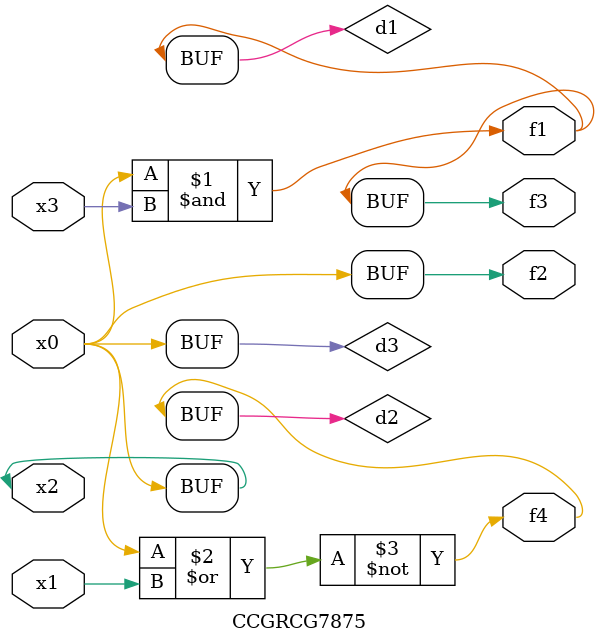
<source format=v>
module CCGRCG7875(
	input x0, x1, x2, x3,
	output f1, f2, f3, f4
);

	wire d1, d2, d3;

	and (d1, x2, x3);
	nor (d2, x0, x1);
	buf (d3, x0, x2);
	assign f1 = d1;
	assign f2 = d3;
	assign f3 = d1;
	assign f4 = d2;
endmodule

</source>
